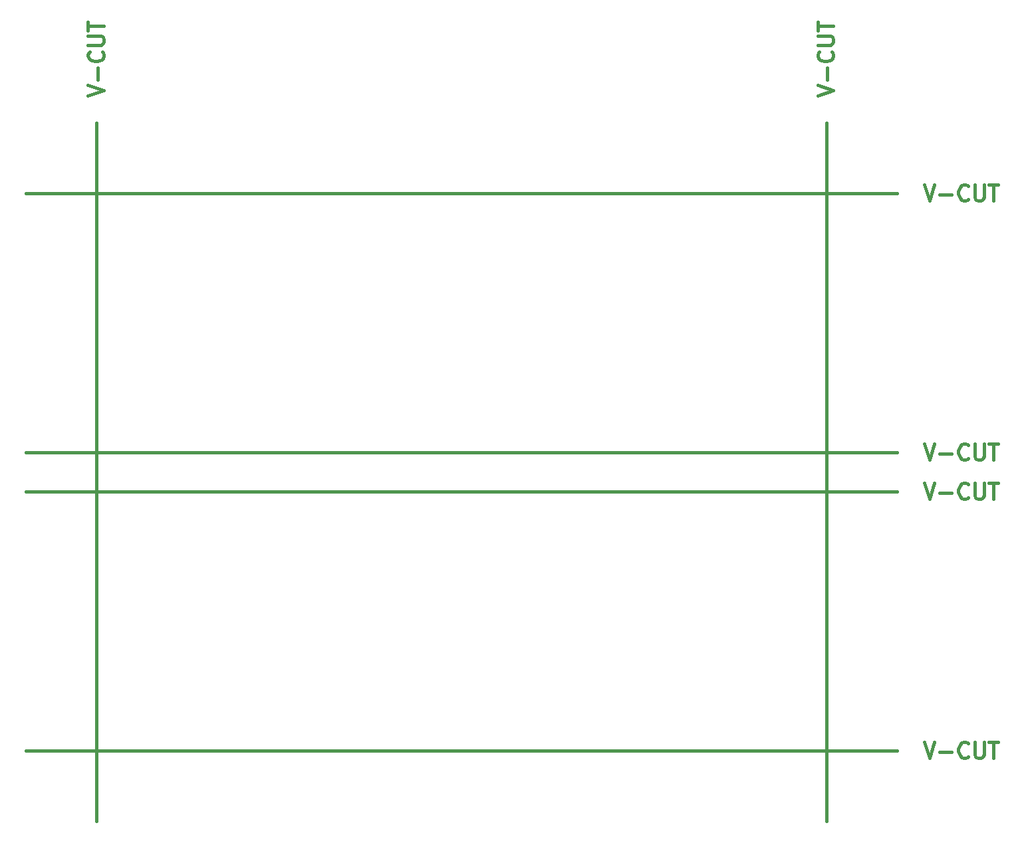
<source format=gbr>
G04 #@! TF.GenerationSoftware,KiCad,Pcbnew,(6.0.9)*
G04 #@! TF.CreationDate,2022-12-11T20:21:07+01:00*
G04 #@! TF.ProjectId,helios-panel,68656c69-6f73-42d7-9061-6e656c2e6b69,rev1.0*
G04 #@! TF.SameCoordinates,Original*
G04 #@! TF.FileFunction,Other,Comment*
%FSLAX46Y46*%
G04 Gerber Fmt 4.6, Leading zero omitted, Abs format (unit mm)*
G04 Created by KiCad (PCBNEW (6.0.9)) date 2022-12-11 20:21:07*
%MOMM*%
%LPD*%
G01*
G04 APERTURE LIST*
%ADD10C,0.400000*%
G04 APERTURE END LIST*
D10*
X6000000Y86040000D02*
X6000000Y-3000000D01*
X-3000000Y39020000D02*
X107900000Y39020000D01*
X98900000Y86040000D02*
X98900000Y-3000000D01*
X-3000000Y77040000D02*
X107900000Y77040000D01*
X-3000000Y44020000D02*
X107900000Y44020000D01*
X-3000000Y6000000D02*
X107900000Y6000000D01*
X111350476Y40115239D02*
X112017142Y38115239D01*
X112683809Y40115239D01*
X113350476Y38877143D02*
X114874285Y38877143D01*
X116969523Y38305715D02*
X116874285Y38210477D01*
X116588571Y38115239D01*
X116398095Y38115239D01*
X116112380Y38210477D01*
X115921904Y38400953D01*
X115826666Y38591429D01*
X115731428Y38972381D01*
X115731428Y39258096D01*
X115826666Y39639048D01*
X115921904Y39829524D01*
X116112380Y40020000D01*
X116398095Y40115239D01*
X116588571Y40115239D01*
X116874285Y40020000D01*
X116969523Y39924762D01*
X117826666Y40115239D02*
X117826666Y38496191D01*
X117921904Y38305715D01*
X118017142Y38210477D01*
X118207619Y38115239D01*
X118588571Y38115239D01*
X118779047Y38210477D01*
X118874285Y38305715D01*
X118969523Y38496191D01*
X118969523Y40115239D01*
X119636190Y40115239D02*
X120779047Y40115239D01*
X120207619Y38115239D02*
X120207619Y40115239D01*
X97804761Y89490477D02*
X99804761Y90157143D01*
X97804761Y90823810D01*
X99042857Y91490477D02*
X99042857Y93014286D01*
X99614285Y95109524D02*
X99709523Y95014286D01*
X99804761Y94728572D01*
X99804761Y94538096D01*
X99709523Y94252381D01*
X99519047Y94061905D01*
X99328571Y93966667D01*
X98947619Y93871429D01*
X98661904Y93871429D01*
X98280952Y93966667D01*
X98090476Y94061905D01*
X97900000Y94252381D01*
X97804761Y94538096D01*
X97804761Y94728572D01*
X97900000Y95014286D01*
X97995238Y95109524D01*
X97804761Y95966667D02*
X99423809Y95966667D01*
X99614285Y96061905D01*
X99709523Y96157143D01*
X99804761Y96347620D01*
X99804761Y96728572D01*
X99709523Y96919048D01*
X99614285Y97014286D01*
X99423809Y97109524D01*
X97804761Y97109524D01*
X97804761Y97776191D02*
X97804761Y98919047D01*
X99804761Y98347619D02*
X97804761Y98347619D01*
X111350476Y45115239D02*
X112017142Y43115239D01*
X112683809Y45115239D01*
X113350476Y43877143D02*
X114874285Y43877143D01*
X116969523Y43305715D02*
X116874285Y43210477D01*
X116588571Y43115239D01*
X116398095Y43115239D01*
X116112380Y43210477D01*
X115921904Y43400953D01*
X115826666Y43591429D01*
X115731428Y43972381D01*
X115731428Y44258096D01*
X115826666Y44639048D01*
X115921904Y44829524D01*
X116112380Y45020000D01*
X116398095Y45115239D01*
X116588571Y45115239D01*
X116874285Y45020000D01*
X116969523Y44924762D01*
X117826666Y45115239D02*
X117826666Y43496191D01*
X117921904Y43305715D01*
X118017142Y43210477D01*
X118207619Y43115239D01*
X118588571Y43115239D01*
X118779047Y43210477D01*
X118874285Y43305715D01*
X118969523Y43496191D01*
X118969523Y45115239D01*
X119636190Y45115239D02*
X120779047Y45115239D01*
X120207619Y43115239D02*
X120207619Y45115239D01*
X111350476Y78135239D02*
X112017142Y76135239D01*
X112683809Y78135239D01*
X113350476Y76897143D02*
X114874285Y76897143D01*
X116969523Y76325715D02*
X116874285Y76230477D01*
X116588571Y76135239D01*
X116398095Y76135239D01*
X116112380Y76230477D01*
X115921904Y76420953D01*
X115826666Y76611429D01*
X115731428Y76992381D01*
X115731428Y77278096D01*
X115826666Y77659048D01*
X115921904Y77849524D01*
X116112380Y78040000D01*
X116398095Y78135239D01*
X116588571Y78135239D01*
X116874285Y78040000D01*
X116969523Y77944762D01*
X117826666Y78135239D02*
X117826666Y76516191D01*
X117921904Y76325715D01*
X118017142Y76230477D01*
X118207619Y76135239D01*
X118588571Y76135239D01*
X118779047Y76230477D01*
X118874285Y76325715D01*
X118969523Y76516191D01*
X118969523Y78135239D01*
X119636190Y78135239D02*
X120779047Y78135239D01*
X120207619Y76135239D02*
X120207619Y78135239D01*
X4904761Y89490477D02*
X6904761Y90157143D01*
X4904761Y90823810D01*
X6142857Y91490477D02*
X6142857Y93014286D01*
X6714285Y95109524D02*
X6809523Y95014286D01*
X6904761Y94728572D01*
X6904761Y94538096D01*
X6809523Y94252381D01*
X6619047Y94061905D01*
X6428571Y93966667D01*
X6047619Y93871429D01*
X5761904Y93871429D01*
X5380952Y93966667D01*
X5190476Y94061905D01*
X5000000Y94252381D01*
X4904761Y94538096D01*
X4904761Y94728572D01*
X5000000Y95014286D01*
X5095238Y95109524D01*
X4904761Y95966667D02*
X6523809Y95966667D01*
X6714285Y96061905D01*
X6809523Y96157143D01*
X6904761Y96347620D01*
X6904761Y96728572D01*
X6809523Y96919048D01*
X6714285Y97014286D01*
X6523809Y97109524D01*
X4904761Y97109524D01*
X4904761Y97776191D02*
X4904761Y98919047D01*
X6904761Y98347619D02*
X4904761Y98347619D01*
X111350476Y7095239D02*
X112017142Y5095239D01*
X112683809Y7095239D01*
X113350476Y5857143D02*
X114874285Y5857143D01*
X116969523Y5285715D02*
X116874285Y5190477D01*
X116588571Y5095239D01*
X116398095Y5095239D01*
X116112380Y5190477D01*
X115921904Y5380953D01*
X115826666Y5571429D01*
X115731428Y5952381D01*
X115731428Y6238096D01*
X115826666Y6619048D01*
X115921904Y6809524D01*
X116112380Y7000000D01*
X116398095Y7095239D01*
X116588571Y7095239D01*
X116874285Y7000000D01*
X116969523Y6904762D01*
X117826666Y7095239D02*
X117826666Y5476191D01*
X117921904Y5285715D01*
X118017142Y5190477D01*
X118207619Y5095239D01*
X118588571Y5095239D01*
X118779047Y5190477D01*
X118874285Y5285715D01*
X118969523Y5476191D01*
X118969523Y7095239D01*
X119636190Y7095239D02*
X120779047Y7095239D01*
X120207619Y5095239D02*
X120207619Y7095239D01*
M02*

</source>
